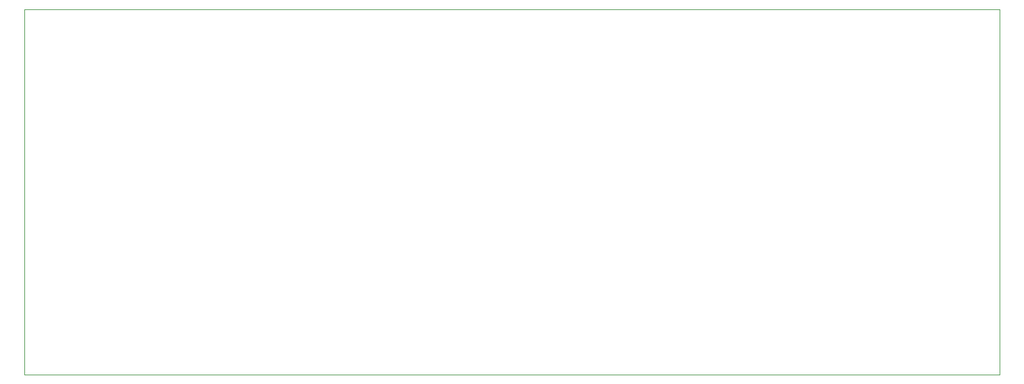
<source format=gbr>
G04 #@! TF.GenerationSoftware,KiCad,Pcbnew,(5.1.5)-3*
G04 #@! TF.CreationDate,2020-08-13T10:07:38-04:00*
G04 #@! TF.ProjectId,WifiAntSwitch,57696669-416e-4745-9377-697463682e6b,A*
G04 #@! TF.SameCoordinates,Original*
G04 #@! TF.FileFunction,Profile,NP*
%FSLAX46Y46*%
G04 Gerber Fmt 4.6, Leading zero omitted, Abs format (unit mm)*
G04 Created by KiCad (PCBNEW (5.1.5)-3) date 2020-08-13 10:07:38*
%MOMM*%
%LPD*%
G04 APERTURE LIST*
%ADD10C,0.050000*%
G04 APERTURE END LIST*
D10*
X80010000Y-127000000D02*
X80010000Y-77470000D01*
X212090000Y-127000000D02*
X80010000Y-127000000D01*
X212090000Y-77470000D02*
X212090000Y-127000000D01*
X80010000Y-77470000D02*
X212090000Y-77470000D01*
M02*

</source>
